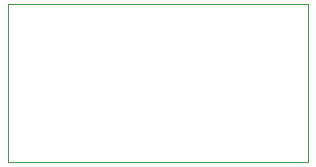
<source format=gm1>
G04*
G04 #@! TF.GenerationSoftware,Altium Limited,Altium Designer,21.9.2 (33)*
G04*
G04 Layer_Color=16711935*
%FSLAX25Y25*%
%MOIN*%
G70*
G04*
G04 #@! TF.SameCoordinates,E2E37F34-45BF-43D2-A38E-C68E023C1027*
G04*
G04*
G04 #@! TF.FilePolarity,Positive*
G04*
G01*
G75*
%ADD40C,0.00394*%
D40*
X0Y0D02*
Y52756D01*
X100000D01*
Y0D02*
Y52756D01*
X0Y0D02*
X100000D01*
M02*

</source>
